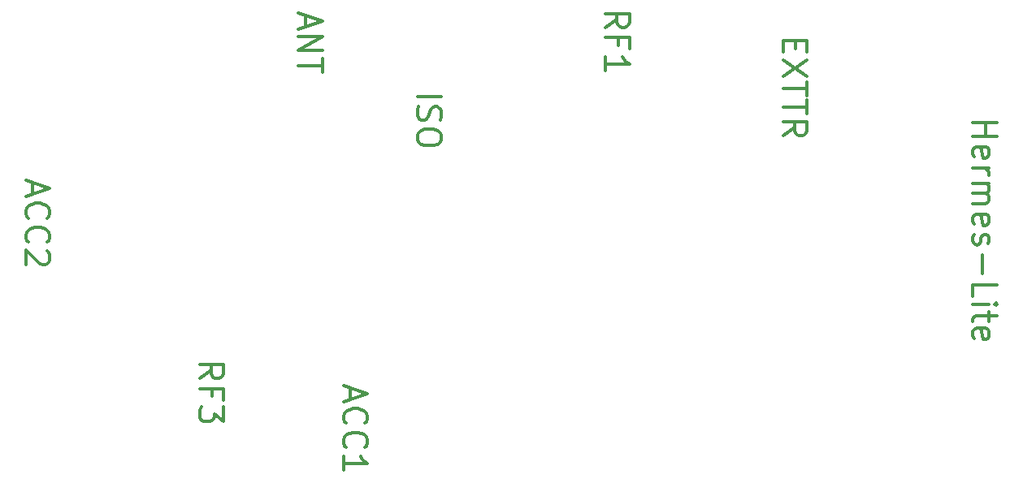
<source format=gto>
G04 #@! TF.GenerationSoftware,KiCad,Pcbnew,5.0.2-bee76a0~70~ubuntu16.04.1*
G04 #@! TF.CreationDate,2019-12-01T15:08:28-08:00*
G04 #@! TF.ProjectId,endcap,656e6463-6170-42e6-9b69-6361645f7063,2.0*
G04 #@! TF.SameCoordinates,PX2faf080PY2faf080*
G04 #@! TF.FileFunction,Legend,Top*
G04 #@! TF.FilePolarity,Positive*
%FSLAX46Y46*%
G04 Gerber Fmt 4.6, Leading zero omitted, Abs format (unit mm)*
G04 Created by KiCad (PCBNEW 5.0.2-bee76a0~70~ubuntu16.04.1) date Sun 01 Dec 2019 03:08:28 PM PST*
%MOMM*%
%LPD*%
G01*
G04 APERTURE LIST*
%ADD10C,0.300000*%
G04 APERTURE END LIST*
D10*
X43569047Y-13900000D02*
X46069047Y-13900000D01*
X43688095Y-14971428D02*
X43569047Y-15328571D01*
X43569047Y-15923809D01*
X43688095Y-16161904D01*
X43807142Y-16280952D01*
X44045238Y-16400000D01*
X44283333Y-16400000D01*
X44521428Y-16280952D01*
X44640476Y-16161904D01*
X44759523Y-15923809D01*
X44878571Y-15447619D01*
X44997619Y-15209523D01*
X45116666Y-15090476D01*
X45354761Y-14971428D01*
X45592857Y-14971428D01*
X45830952Y-15090476D01*
X45950000Y-15209523D01*
X46069047Y-15447619D01*
X46069047Y-16042857D01*
X45950000Y-16400000D01*
X46069047Y-17947619D02*
X46069047Y-18423809D01*
X45950000Y-18661904D01*
X45711904Y-18900000D01*
X45235714Y-19019047D01*
X44402380Y-19019047D01*
X43926190Y-18900000D01*
X43688095Y-18661904D01*
X43569047Y-18423809D01*
X43569047Y-17947619D01*
X43688095Y-17709523D01*
X43926190Y-17471428D01*
X44402380Y-17352380D01*
X45235714Y-17352380D01*
X45711904Y-17471428D01*
X45950000Y-17709523D01*
X46069047Y-17947619D01*
X20869047Y-43311904D02*
X22059523Y-42478571D01*
X20869047Y-41883333D02*
X23369047Y-41883333D01*
X23369047Y-42835714D01*
X23250000Y-43073809D01*
X23130952Y-43192857D01*
X22892857Y-43311904D01*
X22535714Y-43311904D01*
X22297619Y-43192857D01*
X22178571Y-43073809D01*
X22059523Y-42835714D01*
X22059523Y-41883333D01*
X22178571Y-45216666D02*
X22178571Y-44383333D01*
X20869047Y-44383333D02*
X23369047Y-44383333D01*
X23369047Y-45573809D01*
X23369047Y-46288095D02*
X23369047Y-47835714D01*
X22416666Y-47002380D01*
X22416666Y-47359523D01*
X22297619Y-47597619D01*
X22178571Y-47716666D01*
X21940476Y-47835714D01*
X21345238Y-47835714D01*
X21107142Y-47716666D01*
X20988095Y-47597619D01*
X20869047Y-47359523D01*
X20869047Y-46645238D01*
X20988095Y-46407142D01*
X21107142Y-46288095D01*
X36583333Y-44314285D02*
X36583333Y-45504761D01*
X35869047Y-44076190D02*
X38369047Y-44909523D01*
X35869047Y-45742857D01*
X36107142Y-48004761D02*
X35988095Y-47885714D01*
X35869047Y-47528571D01*
X35869047Y-47290476D01*
X35988095Y-46933333D01*
X36226190Y-46695238D01*
X36464285Y-46576190D01*
X36940476Y-46457142D01*
X37297619Y-46457142D01*
X37773809Y-46576190D01*
X38011904Y-46695238D01*
X38250000Y-46933333D01*
X38369047Y-47290476D01*
X38369047Y-47528571D01*
X38250000Y-47885714D01*
X38130952Y-48004761D01*
X36107142Y-50504761D02*
X35988095Y-50385714D01*
X35869047Y-50028571D01*
X35869047Y-49790476D01*
X35988095Y-49433333D01*
X36226190Y-49195238D01*
X36464285Y-49076190D01*
X36940476Y-48957142D01*
X37297619Y-48957142D01*
X37773809Y-49076190D01*
X38011904Y-49195238D01*
X38250000Y-49433333D01*
X38369047Y-49790476D01*
X38369047Y-50028571D01*
X38250000Y-50385714D01*
X38130952Y-50504761D01*
X35869047Y-52885714D02*
X35869047Y-51457142D01*
X35869047Y-52171428D02*
X38369047Y-52171428D01*
X38011904Y-51933333D01*
X37773809Y-51695238D01*
X37654761Y-51457142D01*
X3483333Y-22914285D02*
X3483333Y-24104761D01*
X2769047Y-22676190D02*
X5269047Y-23509523D01*
X2769047Y-24342857D01*
X3007142Y-26604761D02*
X2888095Y-26485714D01*
X2769047Y-26128571D01*
X2769047Y-25890476D01*
X2888095Y-25533333D01*
X3126190Y-25295238D01*
X3364285Y-25176190D01*
X3840476Y-25057142D01*
X4197619Y-25057142D01*
X4673809Y-25176190D01*
X4911904Y-25295238D01*
X5150000Y-25533333D01*
X5269047Y-25890476D01*
X5269047Y-26128571D01*
X5150000Y-26485714D01*
X5030952Y-26604761D01*
X3007142Y-29104761D02*
X2888095Y-28985714D01*
X2769047Y-28628571D01*
X2769047Y-28390476D01*
X2888095Y-28033333D01*
X3126190Y-27795238D01*
X3364285Y-27676190D01*
X3840476Y-27557142D01*
X4197619Y-27557142D01*
X4673809Y-27676190D01*
X4911904Y-27795238D01*
X5150000Y-28033333D01*
X5269047Y-28390476D01*
X5269047Y-28628571D01*
X5150000Y-28985714D01*
X5030952Y-29104761D01*
X5030952Y-30057142D02*
X5150000Y-30176190D01*
X5269047Y-30414285D01*
X5269047Y-31009523D01*
X5150000Y-31247619D01*
X5030952Y-31366666D01*
X4792857Y-31485714D01*
X4554761Y-31485714D01*
X4197619Y-31366666D01*
X2769047Y-29938095D01*
X2769047Y-31485714D01*
X31883333Y-5442857D02*
X31883333Y-6633333D01*
X31169047Y-5204761D02*
X33669047Y-6038095D01*
X31169047Y-6871428D01*
X31169047Y-7704761D02*
X33669047Y-7704761D01*
X31169047Y-9133333D01*
X33669047Y-9133333D01*
X33669047Y-9966666D02*
X33669047Y-11395238D01*
X31169047Y-10680952D02*
X33669047Y-10680952D01*
X63169047Y-6711904D02*
X64359523Y-5878571D01*
X63169047Y-5283333D02*
X65669047Y-5283333D01*
X65669047Y-6235714D01*
X65550000Y-6473809D01*
X65430952Y-6592857D01*
X65192857Y-6711904D01*
X64835714Y-6711904D01*
X64597619Y-6592857D01*
X64478571Y-6473809D01*
X64359523Y-6235714D01*
X64359523Y-5283333D01*
X64478571Y-8616666D02*
X64478571Y-7783333D01*
X63169047Y-7783333D02*
X65669047Y-7783333D01*
X65669047Y-8973809D01*
X63169047Y-11235714D02*
X63169047Y-9807142D01*
X63169047Y-10521428D02*
X65669047Y-10521428D01*
X65311904Y-10283333D01*
X65073809Y-10045238D01*
X64954761Y-9807142D01*
X82978571Y-8119047D02*
X82978571Y-8952380D01*
X81669047Y-9309523D02*
X81669047Y-8119047D01*
X84169047Y-8119047D01*
X84169047Y-9309523D01*
X84169047Y-10142857D02*
X81669047Y-11809523D01*
X84169047Y-11809523D02*
X81669047Y-10142857D01*
X84169047Y-12404761D02*
X84169047Y-13833333D01*
X81669047Y-13119047D02*
X84169047Y-13119047D01*
X84169047Y-14309523D02*
X84169047Y-15738095D01*
X81669047Y-15023809D02*
X84169047Y-15023809D01*
X81669047Y-18000000D02*
X82859523Y-17166666D01*
X81669047Y-16571428D02*
X84169047Y-16571428D01*
X84169047Y-17523809D01*
X84050000Y-17761904D01*
X83930952Y-17880952D01*
X83692857Y-18000000D01*
X83335714Y-18000000D01*
X83097619Y-17880952D01*
X82978571Y-17761904D01*
X82859523Y-17523809D01*
X82859523Y-16571428D01*
X101469047Y-16650000D02*
X103969047Y-16650000D01*
X102778571Y-16650000D02*
X102778571Y-18078571D01*
X101469047Y-18078571D02*
X103969047Y-18078571D01*
X101588095Y-20221428D02*
X101469047Y-19983333D01*
X101469047Y-19507142D01*
X101588095Y-19269047D01*
X101826190Y-19150000D01*
X102778571Y-19150000D01*
X103016666Y-19269047D01*
X103135714Y-19507142D01*
X103135714Y-19983333D01*
X103016666Y-20221428D01*
X102778571Y-20340476D01*
X102540476Y-20340476D01*
X102302380Y-19150000D01*
X101469047Y-21411904D02*
X103135714Y-21411904D01*
X102659523Y-21411904D02*
X102897619Y-21530952D01*
X103016666Y-21650000D01*
X103135714Y-21888095D01*
X103135714Y-22126190D01*
X101469047Y-22959523D02*
X103135714Y-22959523D01*
X102897619Y-22959523D02*
X103016666Y-23078571D01*
X103135714Y-23316666D01*
X103135714Y-23673809D01*
X103016666Y-23911904D01*
X102778571Y-24030952D01*
X101469047Y-24030952D01*
X102778571Y-24030952D02*
X103016666Y-24150000D01*
X103135714Y-24388095D01*
X103135714Y-24745238D01*
X103016666Y-24983333D01*
X102778571Y-25102380D01*
X101469047Y-25102380D01*
X101588095Y-27245238D02*
X101469047Y-27007142D01*
X101469047Y-26530952D01*
X101588095Y-26292857D01*
X101826190Y-26173809D01*
X102778571Y-26173809D01*
X103016666Y-26292857D01*
X103135714Y-26530952D01*
X103135714Y-27007142D01*
X103016666Y-27245238D01*
X102778571Y-27364285D01*
X102540476Y-27364285D01*
X102302380Y-26173809D01*
X101588095Y-28316666D02*
X101469047Y-28554761D01*
X101469047Y-29030952D01*
X101588095Y-29269047D01*
X101826190Y-29388095D01*
X101945238Y-29388095D01*
X102183333Y-29269047D01*
X102302380Y-29030952D01*
X102302380Y-28673809D01*
X102421428Y-28435714D01*
X102659523Y-28316666D01*
X102778571Y-28316666D01*
X103016666Y-28435714D01*
X103135714Y-28673809D01*
X103135714Y-29030952D01*
X103016666Y-29269047D01*
X102421428Y-30459523D02*
X102421428Y-32364285D01*
X101469047Y-34745238D02*
X101469047Y-33554761D01*
X103969047Y-33554761D01*
X101469047Y-35578571D02*
X103135714Y-35578571D01*
X103969047Y-35578571D02*
X103850000Y-35459523D01*
X103730952Y-35578571D01*
X103850000Y-35697619D01*
X103969047Y-35578571D01*
X103730952Y-35578571D01*
X103135714Y-36411904D02*
X103135714Y-37364285D01*
X103969047Y-36769047D02*
X101826190Y-36769047D01*
X101588095Y-36888095D01*
X101469047Y-37126190D01*
X101469047Y-37364285D01*
X101588095Y-39150000D02*
X101469047Y-38911904D01*
X101469047Y-38435714D01*
X101588095Y-38197619D01*
X101826190Y-38078571D01*
X102778571Y-38078571D01*
X103016666Y-38197619D01*
X103135714Y-38435714D01*
X103135714Y-38911904D01*
X103016666Y-39150000D01*
X102778571Y-39269047D01*
X102540476Y-39269047D01*
X102302380Y-38078571D01*
M02*

</source>
